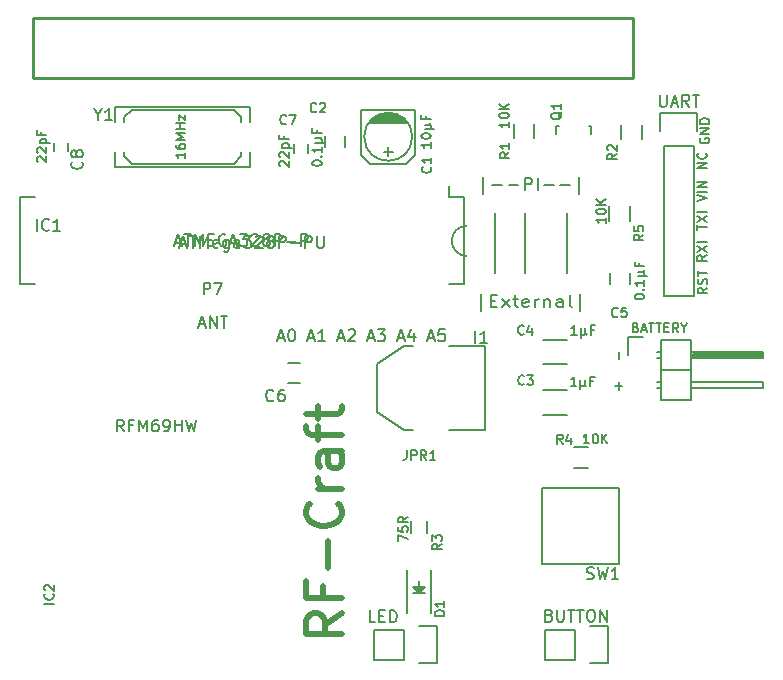
<source format=gbr>
G04 #@! TF.FileFunction,Legend,Top*
%FSLAX46Y46*%
G04 Gerber Fmt 4.6, Leading zero omitted, Abs format (unit mm)*
G04 Created by KiCad (PCBNEW 4.0.0-rc1-stable) date Tue 06 Oct 2015 13:37:23 BST*
%MOMM*%
G01*
G04 APERTURE LIST*
%ADD10C,0.100000*%
%ADD11C,0.150000*%
%ADD12C,0.200000*%
%ADD13C,0.500000*%
%ADD14C,0.254000*%
%ADD15C,0.160000*%
G04 APERTURE END LIST*
D10*
D11*
X130397619Y-81961905D02*
X129940476Y-81961905D01*
X130169047Y-81961905D02*
X130169047Y-81161905D01*
X130092857Y-81276190D01*
X130016666Y-81352381D01*
X129940476Y-81390476D01*
X130892857Y-81161905D02*
X130969048Y-81161905D01*
X131045238Y-81200000D01*
X131083333Y-81238095D01*
X131121429Y-81314286D01*
X131159524Y-81466667D01*
X131159524Y-81657143D01*
X131121429Y-81809524D01*
X131083333Y-81885714D01*
X131045238Y-81923810D01*
X130969048Y-81961905D01*
X130892857Y-81961905D01*
X130816667Y-81923810D01*
X130778571Y-81885714D01*
X130740476Y-81809524D01*
X130702381Y-81657143D01*
X130702381Y-81466667D01*
X130740476Y-81314286D01*
X130778571Y-81238095D01*
X130816667Y-81200000D01*
X130892857Y-81161905D01*
X131502381Y-81961905D02*
X131502381Y-81161905D01*
X131959524Y-81961905D02*
X131616667Y-81504762D01*
X131959524Y-81161905D02*
X131502381Y-81619048D01*
X91011905Y-80952381D02*
X90678571Y-80476190D01*
X90440476Y-80952381D02*
X90440476Y-79952381D01*
X90821429Y-79952381D01*
X90916667Y-80000000D01*
X90964286Y-80047619D01*
X91011905Y-80142857D01*
X91011905Y-80285714D01*
X90964286Y-80380952D01*
X90916667Y-80428571D01*
X90821429Y-80476190D01*
X90440476Y-80476190D01*
X91773810Y-80428571D02*
X91440476Y-80428571D01*
X91440476Y-80952381D02*
X91440476Y-79952381D01*
X91916667Y-79952381D01*
X92297619Y-80952381D02*
X92297619Y-79952381D01*
X92630953Y-80666667D01*
X92964286Y-79952381D01*
X92964286Y-80952381D01*
X93869048Y-79952381D02*
X93678571Y-79952381D01*
X93583333Y-80000000D01*
X93535714Y-80047619D01*
X93440476Y-80190476D01*
X93392857Y-80380952D01*
X93392857Y-80761905D01*
X93440476Y-80857143D01*
X93488095Y-80904762D01*
X93583333Y-80952381D01*
X93773810Y-80952381D01*
X93869048Y-80904762D01*
X93916667Y-80857143D01*
X93964286Y-80761905D01*
X93964286Y-80523810D01*
X93916667Y-80428571D01*
X93869048Y-80380952D01*
X93773810Y-80333333D01*
X93583333Y-80333333D01*
X93488095Y-80380952D01*
X93440476Y-80428571D01*
X93392857Y-80523810D01*
X94440476Y-80952381D02*
X94630952Y-80952381D01*
X94726191Y-80904762D01*
X94773810Y-80857143D01*
X94869048Y-80714286D01*
X94916667Y-80523810D01*
X94916667Y-80142857D01*
X94869048Y-80047619D01*
X94821429Y-80000000D01*
X94726191Y-79952381D01*
X94535714Y-79952381D01*
X94440476Y-80000000D01*
X94392857Y-80047619D01*
X94345238Y-80142857D01*
X94345238Y-80380952D01*
X94392857Y-80476190D01*
X94440476Y-80523810D01*
X94535714Y-80571429D01*
X94726191Y-80571429D01*
X94821429Y-80523810D01*
X94869048Y-80476190D01*
X94916667Y-80380952D01*
X95345238Y-80952381D02*
X95345238Y-79952381D01*
X95345238Y-80428571D02*
X95916667Y-80428571D01*
X95916667Y-80952381D02*
X95916667Y-79952381D01*
X96297619Y-79952381D02*
X96535714Y-80952381D01*
X96726191Y-80238095D01*
X96916667Y-80952381D01*
X97154762Y-79952381D01*
X114261905Y-90247619D02*
X114261905Y-89714286D01*
X115061905Y-90057143D01*
X114261905Y-89028571D02*
X114261905Y-89409524D01*
X114642857Y-89447619D01*
X114604762Y-89409524D01*
X114566667Y-89333333D01*
X114566667Y-89142857D01*
X114604762Y-89066667D01*
X114642857Y-89028571D01*
X114719048Y-88990476D01*
X114909524Y-88990476D01*
X114985714Y-89028571D01*
X115023810Y-89066667D01*
X115061905Y-89142857D01*
X115061905Y-89333333D01*
X115023810Y-89409524D01*
X114985714Y-89447619D01*
X115061905Y-88190476D02*
X114680952Y-88457143D01*
X115061905Y-88647619D02*
X114261905Y-88647619D01*
X114261905Y-88342857D01*
X114300000Y-88266666D01*
X114338095Y-88228571D01*
X114414286Y-88190476D01*
X114528571Y-88190476D01*
X114604762Y-88228571D01*
X114642857Y-88266666D01*
X114680952Y-88342857D01*
X114680952Y-88647619D01*
D12*
X97407143Y-71866667D02*
X97883334Y-71866667D01*
X97311905Y-72152381D02*
X97645238Y-71152381D01*
X97978572Y-72152381D01*
X98311905Y-72152381D02*
X98311905Y-71152381D01*
X98883334Y-72152381D01*
X98883334Y-71152381D01*
X99216667Y-71152381D02*
X99788096Y-71152381D01*
X99502381Y-72152381D02*
X99502381Y-71152381D01*
D11*
X129316667Y-77111905D02*
X128859524Y-77111905D01*
X129088095Y-77111905D02*
X129088095Y-76311905D01*
X129011905Y-76426190D01*
X128935714Y-76502381D01*
X128859524Y-76540476D01*
X129659524Y-76578571D02*
X129659524Y-77378571D01*
X130040477Y-76997619D02*
X130078572Y-77073810D01*
X130154762Y-77111905D01*
X129659524Y-76997619D02*
X129697619Y-77073810D01*
X129773810Y-77111905D01*
X129926191Y-77111905D01*
X130002381Y-77073810D01*
X130040477Y-76997619D01*
X130040477Y-76578571D01*
X130764286Y-76692857D02*
X130497619Y-76692857D01*
X130497619Y-77111905D02*
X130497619Y-76311905D01*
X130878572Y-76311905D01*
X129366667Y-72761905D02*
X128909524Y-72761905D01*
X129138095Y-72761905D02*
X129138095Y-71961905D01*
X129061905Y-72076190D01*
X128985714Y-72152381D01*
X128909524Y-72190476D01*
X129709524Y-72228571D02*
X129709524Y-73028571D01*
X130090477Y-72647619D02*
X130128572Y-72723810D01*
X130204762Y-72761905D01*
X129709524Y-72647619D02*
X129747619Y-72723810D01*
X129823810Y-72761905D01*
X129976191Y-72761905D01*
X130052381Y-72723810D01*
X130090477Y-72647619D01*
X130090477Y-72228571D01*
X130814286Y-72342857D02*
X130547619Y-72342857D01*
X130547619Y-72761905D02*
X130547619Y-71961905D01*
X130928572Y-71961905D01*
D12*
X121221430Y-70735714D02*
X121221430Y-69307143D01*
X122078572Y-69878571D02*
X122478572Y-69878571D01*
X122650001Y-70402381D02*
X122078572Y-70402381D01*
X122078572Y-69402381D01*
X122650001Y-69402381D01*
X123050001Y-70402381D02*
X123678572Y-69735714D01*
X123050001Y-69735714D02*
X123678572Y-70402381D01*
X123964287Y-69735714D02*
X124421430Y-69735714D01*
X124135715Y-69402381D02*
X124135715Y-70259524D01*
X124192858Y-70354762D01*
X124307144Y-70402381D01*
X124421430Y-70402381D01*
X125278572Y-70354762D02*
X125164286Y-70402381D01*
X124935715Y-70402381D01*
X124821429Y-70354762D01*
X124764286Y-70259524D01*
X124764286Y-69878571D01*
X124821429Y-69783333D01*
X124935715Y-69735714D01*
X125164286Y-69735714D01*
X125278572Y-69783333D01*
X125335715Y-69878571D01*
X125335715Y-69973810D01*
X124764286Y-70069048D01*
X125850000Y-70402381D02*
X125850000Y-69735714D01*
X125850000Y-69926190D02*
X125907143Y-69830952D01*
X125964286Y-69783333D01*
X126078572Y-69735714D01*
X126192857Y-69735714D01*
X126592857Y-69735714D02*
X126592857Y-70402381D01*
X126592857Y-69830952D02*
X126650000Y-69783333D01*
X126764286Y-69735714D01*
X126935714Y-69735714D01*
X127050000Y-69783333D01*
X127107143Y-69878571D01*
X127107143Y-70402381D01*
X128192857Y-70402381D02*
X128192857Y-69878571D01*
X128135714Y-69783333D01*
X128021428Y-69735714D01*
X127792857Y-69735714D01*
X127678571Y-69783333D01*
X128192857Y-70354762D02*
X128078571Y-70402381D01*
X127792857Y-70402381D01*
X127678571Y-70354762D01*
X127621428Y-70259524D01*
X127621428Y-70164286D01*
X127678571Y-70069048D01*
X127792857Y-70021429D01*
X128078571Y-70021429D01*
X128192857Y-69973810D01*
X128935714Y-70402381D02*
X128821428Y-70354762D01*
X128764285Y-70259524D01*
X128764285Y-69402381D01*
X129678571Y-70735714D02*
X129678571Y-69307143D01*
X121440476Y-60835714D02*
X121440476Y-59407143D01*
X122226190Y-60121429D02*
X123064285Y-60121429D01*
X123588095Y-60121429D02*
X124426190Y-60121429D01*
X124950000Y-60502381D02*
X124950000Y-59502381D01*
X125369047Y-59502381D01*
X125473809Y-59550000D01*
X125526190Y-59597619D01*
X125578571Y-59692857D01*
X125578571Y-59835714D01*
X125526190Y-59930952D01*
X125473809Y-59978571D01*
X125369047Y-60026190D01*
X124950000Y-60026190D01*
X126050000Y-60502381D02*
X126050000Y-59502381D01*
X126573810Y-60121429D02*
X127411905Y-60121429D01*
X127935715Y-60121429D02*
X128773810Y-60121429D01*
X129559525Y-60835714D02*
X129559525Y-59407143D01*
D11*
X139800000Y-56109523D02*
X139761905Y-56185714D01*
X139761905Y-56299999D01*
X139800000Y-56414285D01*
X139876190Y-56490476D01*
X139952381Y-56528571D01*
X140104762Y-56566666D01*
X140219048Y-56566666D01*
X140371429Y-56528571D01*
X140447619Y-56490476D01*
X140523810Y-56414285D01*
X140561905Y-56299999D01*
X140561905Y-56223809D01*
X140523810Y-56109523D01*
X140485714Y-56071428D01*
X140219048Y-56071428D01*
X140219048Y-56223809D01*
X140561905Y-55728571D02*
X139761905Y-55728571D01*
X140561905Y-55271428D01*
X139761905Y-55271428D01*
X140561905Y-54890476D02*
X139761905Y-54890476D01*
X139761905Y-54700000D01*
X139800000Y-54585714D01*
X139876190Y-54509523D01*
X139952381Y-54471428D01*
X140104762Y-54433333D01*
X140219048Y-54433333D01*
X140371429Y-54471428D01*
X140447619Y-54509523D01*
X140523810Y-54585714D01*
X140561905Y-54700000D01*
X140561905Y-54890476D01*
X140361905Y-58678571D02*
X139561905Y-58678571D01*
X140361905Y-58221428D01*
X139561905Y-58221428D01*
X140285714Y-57383333D02*
X140323810Y-57421428D01*
X140361905Y-57535714D01*
X140361905Y-57611904D01*
X140323810Y-57726190D01*
X140247619Y-57802381D01*
X140171429Y-57840476D01*
X140019048Y-57878571D01*
X139904762Y-57878571D01*
X139752381Y-57840476D01*
X139676190Y-57802381D01*
X139600000Y-57726190D01*
X139561905Y-57611904D01*
X139561905Y-57535714D01*
X139600000Y-57421428D01*
X139638095Y-57383333D01*
X139561905Y-61476190D02*
X140361905Y-61209523D01*
X139561905Y-60942856D01*
X140361905Y-60676190D02*
X139561905Y-60676190D01*
X140361905Y-60295238D02*
X139561905Y-60295238D01*
X140361905Y-59838095D01*
X139561905Y-59838095D01*
X139561905Y-63900000D02*
X139561905Y-63442857D01*
X140361905Y-63671428D02*
X139561905Y-63671428D01*
X139561905Y-63252380D02*
X140361905Y-62719047D01*
X139561905Y-62719047D02*
X140361905Y-63252380D01*
X140361905Y-62414285D02*
X139561905Y-62414285D01*
X140361905Y-66023809D02*
X139980952Y-66290476D01*
X140361905Y-66480952D02*
X139561905Y-66480952D01*
X139561905Y-66176190D01*
X139600000Y-66099999D01*
X139638095Y-66061904D01*
X139714286Y-66023809D01*
X139828571Y-66023809D01*
X139904762Y-66061904D01*
X139942857Y-66099999D01*
X139980952Y-66176190D01*
X139980952Y-66480952D01*
X139561905Y-65757142D02*
X140361905Y-65223809D01*
X139561905Y-65223809D02*
X140361905Y-65757142D01*
X140361905Y-64919047D02*
X139561905Y-64919047D01*
X140411905Y-68788095D02*
X140030952Y-69054762D01*
X140411905Y-69245238D02*
X139611905Y-69245238D01*
X139611905Y-68940476D01*
X139650000Y-68864285D01*
X139688095Y-68826190D01*
X139764286Y-68788095D01*
X139878571Y-68788095D01*
X139954762Y-68826190D01*
X139992857Y-68864285D01*
X140030952Y-68940476D01*
X140030952Y-69245238D01*
X140373810Y-68483333D02*
X140411905Y-68369047D01*
X140411905Y-68178571D01*
X140373810Y-68102381D01*
X140335714Y-68064285D01*
X140259524Y-68026190D01*
X140183333Y-68026190D01*
X140107143Y-68064285D01*
X140069048Y-68102381D01*
X140030952Y-68178571D01*
X139992857Y-68330952D01*
X139954762Y-68407143D01*
X139916667Y-68445238D01*
X139840476Y-68483333D01*
X139764286Y-68483333D01*
X139688095Y-68445238D01*
X139650000Y-68407143D01*
X139611905Y-68330952D01*
X139611905Y-68140476D01*
X139650000Y-68026190D01*
X139611905Y-67797619D02*
X139611905Y-67340476D01*
X140411905Y-67569047D02*
X139611905Y-67569047D01*
X132907143Y-74804762D02*
X132907143Y-74195238D01*
X132907143Y-77404762D02*
X132907143Y-76795238D01*
X133211905Y-77100000D02*
X132602381Y-77100000D01*
X134261905Y-69571428D02*
X134261905Y-69495237D01*
X134300000Y-69419047D01*
X134338095Y-69380952D01*
X134414286Y-69342856D01*
X134566667Y-69304761D01*
X134757143Y-69304761D01*
X134909524Y-69342856D01*
X134985714Y-69380952D01*
X135023810Y-69419047D01*
X135061905Y-69495237D01*
X135061905Y-69571428D01*
X135023810Y-69647618D01*
X134985714Y-69685714D01*
X134909524Y-69723809D01*
X134757143Y-69761904D01*
X134566667Y-69761904D01*
X134414286Y-69723809D01*
X134338095Y-69685714D01*
X134300000Y-69647618D01*
X134261905Y-69571428D01*
X134985714Y-68961904D02*
X135023810Y-68923809D01*
X135061905Y-68961904D01*
X135023810Y-68999999D01*
X134985714Y-68961904D01*
X135061905Y-68961904D01*
X135061905Y-68161904D02*
X135061905Y-68619047D01*
X135061905Y-68390476D02*
X134261905Y-68390476D01*
X134376190Y-68466666D01*
X134452381Y-68542857D01*
X134490476Y-68619047D01*
X134528571Y-67819047D02*
X135328571Y-67819047D01*
X134947619Y-67438094D02*
X135023810Y-67399999D01*
X135061905Y-67323809D01*
X134947619Y-67819047D02*
X135023810Y-67780952D01*
X135061905Y-67704761D01*
X135061905Y-67552380D01*
X135023810Y-67476190D01*
X134947619Y-67438094D01*
X134528571Y-67438094D01*
X134642857Y-66714285D02*
X134642857Y-66980952D01*
X135061905Y-66980952D02*
X134261905Y-66980952D01*
X134261905Y-66599999D01*
X131811905Y-62852381D02*
X131811905Y-63309524D01*
X131811905Y-63080953D02*
X131011905Y-63080953D01*
X131126190Y-63157143D01*
X131202381Y-63233334D01*
X131240476Y-63309524D01*
X131011905Y-62357143D02*
X131011905Y-62280952D01*
X131050000Y-62204762D01*
X131088095Y-62166667D01*
X131164286Y-62128571D01*
X131316667Y-62090476D01*
X131507143Y-62090476D01*
X131659524Y-62128571D01*
X131735714Y-62166667D01*
X131773810Y-62204762D01*
X131811905Y-62280952D01*
X131811905Y-62357143D01*
X131773810Y-62433333D01*
X131735714Y-62471429D01*
X131659524Y-62509524D01*
X131507143Y-62547619D01*
X131316667Y-62547619D01*
X131164286Y-62509524D01*
X131088095Y-62471429D01*
X131050000Y-62433333D01*
X131011905Y-62357143D01*
X131811905Y-61747619D02*
X131011905Y-61747619D01*
X131811905Y-61290476D02*
X131354762Y-61633333D01*
X131011905Y-61290476D02*
X131469048Y-61747619D01*
X123611905Y-54752381D02*
X123611905Y-55209524D01*
X123611905Y-54980953D02*
X122811905Y-54980953D01*
X122926190Y-55057143D01*
X123002381Y-55133334D01*
X123040476Y-55209524D01*
X122811905Y-54257143D02*
X122811905Y-54180952D01*
X122850000Y-54104762D01*
X122888095Y-54066667D01*
X122964286Y-54028571D01*
X123116667Y-53990476D01*
X123307143Y-53990476D01*
X123459524Y-54028571D01*
X123535714Y-54066667D01*
X123573810Y-54104762D01*
X123611905Y-54180952D01*
X123611905Y-54257143D01*
X123573810Y-54333333D01*
X123535714Y-54371429D01*
X123459524Y-54409524D01*
X123307143Y-54447619D01*
X123116667Y-54447619D01*
X122964286Y-54409524D01*
X122888095Y-54371429D01*
X122850000Y-54333333D01*
X122811905Y-54257143D01*
X123611905Y-53647619D02*
X122811905Y-53647619D01*
X123611905Y-53190476D02*
X123154762Y-53533333D01*
X122811905Y-53190476D02*
X123269048Y-53647619D01*
X117011905Y-56464285D02*
X117011905Y-56921428D01*
X117011905Y-56692857D02*
X116211905Y-56692857D01*
X116326190Y-56769047D01*
X116402381Y-56845238D01*
X116440476Y-56921428D01*
X116211905Y-55969047D02*
X116211905Y-55892856D01*
X116250000Y-55816666D01*
X116288095Y-55778571D01*
X116364286Y-55740475D01*
X116516667Y-55702380D01*
X116707143Y-55702380D01*
X116859524Y-55740475D01*
X116935714Y-55778571D01*
X116973810Y-55816666D01*
X117011905Y-55892856D01*
X117011905Y-55969047D01*
X116973810Y-56045237D01*
X116935714Y-56083333D01*
X116859524Y-56121428D01*
X116707143Y-56159523D01*
X116516667Y-56159523D01*
X116364286Y-56121428D01*
X116288095Y-56083333D01*
X116250000Y-56045237D01*
X116211905Y-55969047D01*
X116478571Y-55359523D02*
X117278571Y-55359523D01*
X116897619Y-54978570D02*
X116973810Y-54940475D01*
X117011905Y-54864285D01*
X116897619Y-55359523D02*
X116973810Y-55321428D01*
X117011905Y-55245237D01*
X117011905Y-55092856D01*
X116973810Y-55016666D01*
X116897619Y-54978570D01*
X116478571Y-54978570D01*
X116592857Y-54254761D02*
X116592857Y-54521428D01*
X117011905Y-54521428D02*
X116211905Y-54521428D01*
X116211905Y-54140475D01*
X106961905Y-58271428D02*
X106961905Y-58195237D01*
X107000000Y-58119047D01*
X107038095Y-58080952D01*
X107114286Y-58042856D01*
X107266667Y-58004761D01*
X107457143Y-58004761D01*
X107609524Y-58042856D01*
X107685714Y-58080952D01*
X107723810Y-58119047D01*
X107761905Y-58195237D01*
X107761905Y-58271428D01*
X107723810Y-58347618D01*
X107685714Y-58385714D01*
X107609524Y-58423809D01*
X107457143Y-58461904D01*
X107266667Y-58461904D01*
X107114286Y-58423809D01*
X107038095Y-58385714D01*
X107000000Y-58347618D01*
X106961905Y-58271428D01*
X107685714Y-57661904D02*
X107723810Y-57623809D01*
X107761905Y-57661904D01*
X107723810Y-57699999D01*
X107685714Y-57661904D01*
X107761905Y-57661904D01*
X107761905Y-56861904D02*
X107761905Y-57319047D01*
X107761905Y-57090476D02*
X106961905Y-57090476D01*
X107076190Y-57166666D01*
X107152381Y-57242857D01*
X107190476Y-57319047D01*
X107228571Y-56519047D02*
X108028571Y-56519047D01*
X107647619Y-56138094D02*
X107723810Y-56099999D01*
X107761905Y-56023809D01*
X107647619Y-56519047D02*
X107723810Y-56480952D01*
X107761905Y-56404761D01*
X107761905Y-56252380D01*
X107723810Y-56176190D01*
X107647619Y-56138094D01*
X107228571Y-56138094D01*
X107342857Y-55414285D02*
X107342857Y-55680952D01*
X107761905Y-55680952D02*
X106961905Y-55680952D01*
X106961905Y-55299999D01*
X104238095Y-58514286D02*
X104200000Y-58476191D01*
X104161905Y-58400000D01*
X104161905Y-58209524D01*
X104200000Y-58133334D01*
X104238095Y-58095238D01*
X104314286Y-58057143D01*
X104390476Y-58057143D01*
X104504762Y-58095238D01*
X104961905Y-58552381D01*
X104961905Y-58057143D01*
X104238095Y-57752381D02*
X104200000Y-57714286D01*
X104161905Y-57638095D01*
X104161905Y-57447619D01*
X104200000Y-57371429D01*
X104238095Y-57333333D01*
X104314286Y-57295238D01*
X104390476Y-57295238D01*
X104504762Y-57333333D01*
X104961905Y-57790476D01*
X104961905Y-57295238D01*
X104428571Y-56952381D02*
X105228571Y-56952381D01*
X104466667Y-56952381D02*
X104428571Y-56876190D01*
X104428571Y-56723809D01*
X104466667Y-56647619D01*
X104504762Y-56609524D01*
X104580952Y-56571428D01*
X104809524Y-56571428D01*
X104885714Y-56609524D01*
X104923810Y-56647619D01*
X104961905Y-56723809D01*
X104961905Y-56876190D01*
X104923810Y-56952381D01*
X104542857Y-55961904D02*
X104542857Y-56228571D01*
X104961905Y-56228571D02*
X104161905Y-56228571D01*
X104161905Y-55847618D01*
X83738095Y-58114286D02*
X83700000Y-58076191D01*
X83661905Y-58000000D01*
X83661905Y-57809524D01*
X83700000Y-57733334D01*
X83738095Y-57695238D01*
X83814286Y-57657143D01*
X83890476Y-57657143D01*
X84004762Y-57695238D01*
X84461905Y-58152381D01*
X84461905Y-57657143D01*
X83738095Y-57352381D02*
X83700000Y-57314286D01*
X83661905Y-57238095D01*
X83661905Y-57047619D01*
X83700000Y-56971429D01*
X83738095Y-56933333D01*
X83814286Y-56895238D01*
X83890476Y-56895238D01*
X84004762Y-56933333D01*
X84461905Y-57390476D01*
X84461905Y-56895238D01*
X83928571Y-56552381D02*
X84728571Y-56552381D01*
X83966667Y-56552381D02*
X83928571Y-56476190D01*
X83928571Y-56323809D01*
X83966667Y-56247619D01*
X84004762Y-56209524D01*
X84080952Y-56171428D01*
X84309524Y-56171428D01*
X84385714Y-56209524D01*
X84423810Y-56247619D01*
X84461905Y-56323809D01*
X84461905Y-56476190D01*
X84423810Y-56552381D01*
X84042857Y-55561904D02*
X84042857Y-55828571D01*
X84461905Y-55828571D02*
X83661905Y-55828571D01*
X83661905Y-55447618D01*
X96211905Y-57352381D02*
X96211905Y-57809524D01*
X96211905Y-57580953D02*
X95411905Y-57580953D01*
X95526190Y-57657143D01*
X95602381Y-57733334D01*
X95640476Y-57809524D01*
X95411905Y-56666667D02*
X95411905Y-56819048D01*
X95450000Y-56895238D01*
X95488095Y-56933333D01*
X95602381Y-57009524D01*
X95754762Y-57047619D01*
X96059524Y-57047619D01*
X96135714Y-57009524D01*
X96173810Y-56971429D01*
X96211905Y-56895238D01*
X96211905Y-56742857D01*
X96173810Y-56666667D01*
X96135714Y-56628571D01*
X96059524Y-56590476D01*
X95869048Y-56590476D01*
X95792857Y-56628571D01*
X95754762Y-56666667D01*
X95716667Y-56742857D01*
X95716667Y-56895238D01*
X95754762Y-56971429D01*
X95792857Y-57009524D01*
X95869048Y-57047619D01*
X96211905Y-56247619D02*
X95411905Y-56247619D01*
X95983333Y-55980952D01*
X95411905Y-55714285D01*
X96211905Y-55714285D01*
X96211905Y-55333333D02*
X95411905Y-55333333D01*
X95792857Y-55333333D02*
X95792857Y-54876190D01*
X96211905Y-54876190D02*
X95411905Y-54876190D01*
X95678571Y-54571428D02*
X95678571Y-54152381D01*
X96211905Y-54571428D01*
X96211905Y-54152381D01*
X95804762Y-65116667D02*
X96280953Y-65116667D01*
X95709524Y-65402381D02*
X96042857Y-64402381D01*
X96376191Y-65402381D01*
X96566667Y-64402381D02*
X97138096Y-64402381D01*
X96852381Y-65402381D02*
X96852381Y-64402381D01*
X97471429Y-65402381D02*
X97471429Y-64402381D01*
X97804763Y-65116667D01*
X98138096Y-64402381D01*
X98138096Y-65402381D01*
X98995239Y-65354762D02*
X98900001Y-65402381D01*
X98709524Y-65402381D01*
X98614286Y-65354762D01*
X98566667Y-65259524D01*
X98566667Y-64878571D01*
X98614286Y-64783333D01*
X98709524Y-64735714D01*
X98900001Y-64735714D01*
X98995239Y-64783333D01*
X99042858Y-64878571D01*
X99042858Y-64973810D01*
X98566667Y-65069048D01*
X99900001Y-64735714D02*
X99900001Y-65545238D01*
X99852382Y-65640476D01*
X99804763Y-65688095D01*
X99709524Y-65735714D01*
X99566667Y-65735714D01*
X99471429Y-65688095D01*
X99900001Y-65354762D02*
X99804763Y-65402381D01*
X99614286Y-65402381D01*
X99519048Y-65354762D01*
X99471429Y-65307143D01*
X99423810Y-65211905D01*
X99423810Y-64926190D01*
X99471429Y-64830952D01*
X99519048Y-64783333D01*
X99614286Y-64735714D01*
X99804763Y-64735714D01*
X99900001Y-64783333D01*
X100804763Y-65402381D02*
X100804763Y-64878571D01*
X100757144Y-64783333D01*
X100661906Y-64735714D01*
X100471429Y-64735714D01*
X100376191Y-64783333D01*
X100804763Y-65354762D02*
X100709525Y-65402381D01*
X100471429Y-65402381D01*
X100376191Y-65354762D01*
X100328572Y-65259524D01*
X100328572Y-65164286D01*
X100376191Y-65069048D01*
X100471429Y-65021429D01*
X100709525Y-65021429D01*
X100804763Y-64973810D01*
X101185715Y-64402381D02*
X101804763Y-64402381D01*
X101471429Y-64783333D01*
X101614287Y-64783333D01*
X101709525Y-64830952D01*
X101757144Y-64878571D01*
X101804763Y-64973810D01*
X101804763Y-65211905D01*
X101757144Y-65307143D01*
X101709525Y-65354762D01*
X101614287Y-65402381D01*
X101328572Y-65402381D01*
X101233334Y-65354762D01*
X101185715Y-65307143D01*
X102185715Y-64497619D02*
X102233334Y-64450000D01*
X102328572Y-64402381D01*
X102566668Y-64402381D01*
X102661906Y-64450000D01*
X102709525Y-64497619D01*
X102757144Y-64592857D01*
X102757144Y-64688095D01*
X102709525Y-64830952D01*
X102138096Y-65402381D01*
X102757144Y-65402381D01*
X103328572Y-64830952D02*
X103233334Y-64783333D01*
X103185715Y-64735714D01*
X103138096Y-64640476D01*
X103138096Y-64592857D01*
X103185715Y-64497619D01*
X103233334Y-64450000D01*
X103328572Y-64402381D01*
X103519049Y-64402381D01*
X103614287Y-64450000D01*
X103661906Y-64497619D01*
X103709525Y-64592857D01*
X103709525Y-64640476D01*
X103661906Y-64735714D01*
X103614287Y-64783333D01*
X103519049Y-64830952D01*
X103328572Y-64830952D01*
X103233334Y-64878571D01*
X103185715Y-64926190D01*
X103138096Y-65021429D01*
X103138096Y-65211905D01*
X103185715Y-65307143D01*
X103233334Y-65354762D01*
X103328572Y-65402381D01*
X103519049Y-65402381D01*
X103614287Y-65354762D01*
X103661906Y-65307143D01*
X103709525Y-65211905D01*
X103709525Y-65021429D01*
X103661906Y-64926190D01*
X103614287Y-64878571D01*
X103519049Y-64830952D01*
X104138096Y-65402381D02*
X104138096Y-64402381D01*
X104519049Y-64402381D01*
X104614287Y-64450000D01*
X104661906Y-64497619D01*
X104709525Y-64592857D01*
X104709525Y-64735714D01*
X104661906Y-64830952D01*
X104614287Y-64878571D01*
X104519049Y-64926190D01*
X104138096Y-64926190D01*
X105138096Y-65021429D02*
X105900001Y-65021429D01*
X106376191Y-65402381D02*
X106376191Y-64402381D01*
X106757144Y-64402381D01*
X106852382Y-64450000D01*
X106900001Y-64497619D01*
X106947620Y-64592857D01*
X106947620Y-64735714D01*
X106900001Y-64830952D01*
X106852382Y-64878571D01*
X106757144Y-64926190D01*
X106376191Y-64926190D01*
X107376191Y-64402381D02*
X107376191Y-65211905D01*
X107423810Y-65307143D01*
X107471429Y-65354762D01*
X107566667Y-65402381D01*
X107757144Y-65402381D01*
X107852382Y-65354762D01*
X107900001Y-65307143D01*
X107947620Y-65211905D01*
X107947620Y-64402381D01*
D13*
X109457143Y-96364287D02*
X108028571Y-97364287D01*
X109457143Y-98078572D02*
X106457143Y-98078572D01*
X106457143Y-96935715D01*
X106600000Y-96650001D01*
X106742857Y-96507144D01*
X107028571Y-96364287D01*
X107457143Y-96364287D01*
X107742857Y-96507144D01*
X107885714Y-96650001D01*
X108028571Y-96935715D01*
X108028571Y-98078572D01*
X107885714Y-94078572D02*
X107885714Y-95078572D01*
X109457143Y-95078572D02*
X106457143Y-95078572D01*
X106457143Y-93650001D01*
X108314286Y-92507143D02*
X108314286Y-90221429D01*
X109171429Y-87078572D02*
X109314286Y-87221429D01*
X109457143Y-87650000D01*
X109457143Y-87935714D01*
X109314286Y-88364286D01*
X109028571Y-88650000D01*
X108742857Y-88792857D01*
X108171429Y-88935714D01*
X107742857Y-88935714D01*
X107171429Y-88792857D01*
X106885714Y-88650000D01*
X106600000Y-88364286D01*
X106457143Y-87935714D01*
X106457143Y-87650000D01*
X106600000Y-87221429D01*
X106742857Y-87078572D01*
X109457143Y-85792857D02*
X107457143Y-85792857D01*
X108028571Y-85792857D02*
X107742857Y-85650000D01*
X107600000Y-85507143D01*
X107457143Y-85221429D01*
X107457143Y-84935714D01*
X109457143Y-82650000D02*
X107885714Y-82650000D01*
X107600000Y-82792857D01*
X107457143Y-83078571D01*
X107457143Y-83650000D01*
X107600000Y-83935714D01*
X109314286Y-82650000D02*
X109457143Y-82935714D01*
X109457143Y-83650000D01*
X109314286Y-83935714D01*
X109028571Y-84078571D01*
X108742857Y-84078571D01*
X108457143Y-83935714D01*
X108314286Y-83650000D01*
X108314286Y-82935714D01*
X108171429Y-82650000D01*
X107457143Y-81650000D02*
X107457143Y-80507143D01*
X109457143Y-81221428D02*
X106885714Y-81221428D01*
X106600000Y-81078571D01*
X106457143Y-80792857D01*
X106457143Y-80507143D01*
X107457143Y-79935714D02*
X107457143Y-78792857D01*
X106457143Y-79507142D02*
X109028571Y-79507142D01*
X109314286Y-79364285D01*
X109457143Y-79078571D01*
X109457143Y-78792857D01*
D11*
X132900000Y-85700000D02*
X132900000Y-92200000D01*
X132900000Y-92200000D02*
X126400000Y-92200000D01*
X126400000Y-92200000D02*
X126400000Y-85700000D01*
X126400000Y-85700000D02*
X132900000Y-85700000D01*
X133700000Y-72950000D02*
X133700000Y-74500000D01*
X135000000Y-72950000D02*
X133700000Y-72950000D01*
X139191000Y-74373000D02*
X145033000Y-74373000D01*
X145033000Y-74373000D02*
X145033000Y-74627000D01*
X145033000Y-74627000D02*
X139191000Y-74627000D01*
X139191000Y-74627000D02*
X139191000Y-74500000D01*
X139191000Y-74500000D02*
X145033000Y-74500000D01*
X136524000Y-74246000D02*
X136143000Y-74246000D01*
X136524000Y-74754000D02*
X136143000Y-74754000D01*
X136524000Y-76786000D02*
X136143000Y-76786000D01*
X136524000Y-77294000D02*
X136143000Y-77294000D01*
X136524000Y-73230000D02*
X139064000Y-73230000D01*
X136524000Y-75770000D02*
X139064000Y-75770000D01*
X136524000Y-75770000D02*
X136524000Y-78310000D01*
X136524000Y-78310000D02*
X139064000Y-78310000D01*
X139064000Y-76786000D02*
X145160000Y-76786000D01*
X145160000Y-76786000D02*
X145160000Y-77294000D01*
X145160000Y-77294000D02*
X139064000Y-77294000D01*
X139064000Y-78310000D02*
X139064000Y-75770000D01*
X139064000Y-75770000D02*
X139064000Y-73230000D01*
X145160000Y-74754000D02*
X139064000Y-74754000D01*
X145160000Y-74246000D02*
X145160000Y-74754000D01*
X139064000Y-74246000D02*
X145160000Y-74246000D01*
X136524000Y-75770000D02*
X139064000Y-75770000D01*
X136524000Y-73230000D02*
X136524000Y-75770000D01*
X139270000Y-56770000D02*
X139270000Y-69470000D01*
X139270000Y-69470000D02*
X136730000Y-69470000D01*
X136730000Y-69470000D02*
X136730000Y-56770000D01*
X139550000Y-53950000D02*
X139550000Y-55500000D01*
X139270000Y-56770000D02*
X136730000Y-56770000D01*
X136450000Y-55500000D02*
X136450000Y-53950000D01*
X136450000Y-53950000D02*
X139550000Y-53950000D01*
X122460000Y-67500000D02*
X122460000Y-64960000D01*
X122460000Y-64960000D02*
X122460000Y-62420000D01*
X125000000Y-67500000D02*
X125000000Y-64960000D01*
X125000000Y-64960000D02*
X125000000Y-62420000D01*
X128500000Y-67500000D02*
X128500000Y-64960000D01*
X128500000Y-64960000D02*
X128500000Y-62420000D01*
X118770000Y-64810000D02*
G75*
G03X120040000Y-66080000I1270000J0D01*
G01*
X120040000Y-63540000D02*
G75*
G03X118770000Y-64810000I0J-1270000D01*
G01*
X119795000Y-61135000D02*
X118525000Y-61135000D01*
X119795000Y-68485000D02*
X118525000Y-68485000D01*
X82185000Y-68485000D02*
X83455000Y-68485000D01*
X82185000Y-61135000D02*
X83455000Y-61135000D01*
X119795000Y-61135000D02*
X119795000Y-68485000D01*
X82185000Y-61135000D02*
X82185000Y-68485000D01*
X118525000Y-61135000D02*
X118525000Y-60200000D01*
D14*
X134100000Y-45910000D02*
X134100000Y-50990000D01*
X134100000Y-50990000D02*
X83300000Y-50990000D01*
X83300000Y-50990000D02*
X83300000Y-45910000D01*
X83300000Y-45910000D02*
X134100000Y-45910000D01*
D11*
X113400000Y-57651000D02*
X113400000Y-56889000D01*
X113781000Y-57270000D02*
X113019000Y-57270000D01*
X111114000Y-57524000D02*
X111114000Y-53714000D01*
X114924000Y-58286000D02*
X111876000Y-58286000D01*
X111114000Y-57524000D02*
X111876000Y-58286000D01*
X115686000Y-57524000D02*
X115686000Y-53714000D01*
X115686000Y-57524000D02*
X114924000Y-58286000D01*
X113273000Y-53968000D02*
X113527000Y-53968000D01*
X114035000Y-54095000D02*
X112765000Y-54095000D01*
X112511000Y-54222000D02*
X114289000Y-54222000D01*
X112257000Y-54349000D02*
X114543000Y-54349000D01*
X114670000Y-54476000D02*
X112130000Y-54476000D01*
X112003000Y-54603000D02*
X114797000Y-54603000D01*
X114924000Y-54730000D02*
X111876000Y-54730000D01*
X115051000Y-54857000D02*
X111749000Y-54857000D01*
X115686000Y-53714000D02*
X111114000Y-53714000D01*
X115432000Y-56000000D02*
G75*
G03X115432000Y-56000000I-2032000J0D01*
G01*
X108050000Y-55900000D02*
X108050000Y-56900000D01*
X109750000Y-56900000D02*
X109750000Y-55900000D01*
X128500000Y-77475000D02*
X126500000Y-77475000D01*
X126500000Y-79525000D02*
X128500000Y-79525000D01*
X128500000Y-73175000D02*
X126500000Y-73175000D01*
X126500000Y-75225000D02*
X128500000Y-75225000D01*
X132150000Y-67500000D02*
X132150000Y-68500000D01*
X133850000Y-68500000D02*
X133850000Y-67500000D01*
X105900000Y-75150000D02*
X104900000Y-75150000D01*
X104900000Y-76850000D02*
X105900000Y-76850000D01*
X105400000Y-57350000D02*
X105400000Y-56650000D01*
X106600000Y-56650000D02*
X106600000Y-57350000D01*
X85100000Y-57250000D02*
X85100000Y-56550000D01*
X86300000Y-56550000D02*
X86300000Y-57250000D01*
X117050000Y-96300000D02*
X117050000Y-92700000D01*
X114950000Y-96300000D02*
X114950000Y-92700000D01*
X115700000Y-94250000D02*
X116300000Y-94250000D01*
X116300000Y-94250000D02*
X116000000Y-94550000D01*
X116000000Y-94550000D02*
X115800000Y-94350000D01*
X115800000Y-94350000D02*
X116050000Y-94350000D01*
X116050000Y-94350000D02*
X116000000Y-94400000D01*
X115500000Y-94650000D02*
X116500000Y-94650000D01*
X116000000Y-94150000D02*
X116000000Y-93650000D01*
X116000000Y-94650000D02*
X115500000Y-94150000D01*
X115500000Y-94150000D02*
X116500000Y-94150000D01*
X116500000Y-94150000D02*
X116000000Y-94650000D01*
X118574000Y-80806000D02*
X121622000Y-80806000D01*
X121622000Y-80806000D02*
X121622000Y-73694000D01*
X121622000Y-73694000D02*
X118574000Y-73694000D01*
X115526000Y-80806000D02*
X114764000Y-80806000D01*
X114764000Y-80806000D02*
X112478000Y-79282000D01*
X112478000Y-79282000D02*
X112478000Y-75218000D01*
X112478000Y-75218000D02*
X114764000Y-73694000D01*
X114764000Y-73694000D02*
X115526000Y-73694000D01*
X114730000Y-100270000D02*
X112190000Y-100270000D01*
X117550000Y-100550000D02*
X116000000Y-100550000D01*
X114730000Y-100270000D02*
X114730000Y-97730000D01*
X116000000Y-97450000D02*
X117550000Y-97450000D01*
X117550000Y-97450000D02*
X117550000Y-100550000D01*
X114730000Y-97730000D02*
X112190000Y-97730000D01*
X112190000Y-97730000D02*
X112190000Y-100270000D01*
X129230000Y-100270000D02*
X126690000Y-100270000D01*
X132050000Y-100550000D02*
X130500000Y-100550000D01*
X129230000Y-100270000D02*
X129230000Y-97730000D01*
X130500000Y-97450000D02*
X132050000Y-97450000D01*
X132050000Y-97450000D02*
X132050000Y-100550000D01*
X129230000Y-97730000D02*
X126690000Y-97730000D01*
X126690000Y-97730000D02*
X126690000Y-100270000D01*
X127600180Y-55750800D02*
X127600180Y-55049760D01*
X127600180Y-55049760D02*
X127849100Y-55049760D01*
X130399160Y-55049760D02*
X130599820Y-55049760D01*
X130599820Y-55049760D02*
X130599820Y-55750800D01*
X125775000Y-54900000D02*
X125775000Y-56100000D01*
X124025000Y-56100000D02*
X124025000Y-54900000D01*
X134875000Y-55000000D02*
X134875000Y-56200000D01*
X133125000Y-56200000D02*
X133125000Y-55000000D01*
X115325000Y-89550000D02*
X115325000Y-88550000D01*
X116675000Y-88550000D02*
X116675000Y-89550000D01*
X129100000Y-82275000D02*
X130300000Y-82275000D01*
X130300000Y-84025000D02*
X129100000Y-84025000D01*
X133875000Y-61900000D02*
X133875000Y-63100000D01*
X132125000Y-63100000D02*
X132125000Y-61900000D01*
X91047000Y-54349000D02*
X91047000Y-54730000D01*
X91047000Y-57651000D02*
X91047000Y-57270000D01*
X100953000Y-57651000D02*
X100953000Y-57270000D01*
X100953000Y-54349000D02*
X100953000Y-54730000D01*
X101715000Y-53460000D02*
X101715000Y-54730000D01*
X101715000Y-58540000D02*
X101715000Y-57270000D01*
X90285000Y-58540000D02*
X90285000Y-57270000D01*
X90285000Y-53460000D02*
X90285000Y-54730000D01*
X91047000Y-57651000D02*
X91682000Y-58286000D01*
X91682000Y-58286000D02*
X100318000Y-58286000D01*
X100318000Y-58286000D02*
X100953000Y-57651000D01*
X100953000Y-54349000D02*
X100318000Y-53714000D01*
X100318000Y-53714000D02*
X91682000Y-53714000D01*
X91682000Y-53714000D02*
X91047000Y-54349000D01*
X101715000Y-58540000D02*
X90285000Y-58540000D01*
X90285000Y-53460000D02*
X101715000Y-53460000D01*
X130216667Y-93404762D02*
X130359524Y-93452381D01*
X130597620Y-93452381D01*
X130692858Y-93404762D01*
X130740477Y-93357143D01*
X130788096Y-93261905D01*
X130788096Y-93166667D01*
X130740477Y-93071429D01*
X130692858Y-93023810D01*
X130597620Y-92976190D01*
X130407143Y-92928571D01*
X130311905Y-92880952D01*
X130264286Y-92833333D01*
X130216667Y-92738095D01*
X130216667Y-92642857D01*
X130264286Y-92547619D01*
X130311905Y-92500000D01*
X130407143Y-92452381D01*
X130645239Y-92452381D01*
X130788096Y-92500000D01*
X131121429Y-92452381D02*
X131359524Y-93452381D01*
X131550001Y-92738095D01*
X131740477Y-93452381D01*
X131978572Y-92452381D01*
X132883334Y-93452381D02*
X132311905Y-93452381D01*
X132597619Y-93452381D02*
X132597619Y-92452381D01*
X132502381Y-92595238D01*
X132407143Y-92690476D01*
X132311905Y-92738095D01*
X114983334Y-82561905D02*
X114983334Y-83133333D01*
X114945238Y-83247619D01*
X114869048Y-83323810D01*
X114754762Y-83361905D01*
X114678572Y-83361905D01*
X115364286Y-83361905D02*
X115364286Y-82561905D01*
X115669048Y-82561905D01*
X115745239Y-82600000D01*
X115783334Y-82638095D01*
X115821429Y-82714286D01*
X115821429Y-82828571D01*
X115783334Y-82904762D01*
X115745239Y-82942857D01*
X115669048Y-82980952D01*
X115364286Y-82980952D01*
X116621429Y-83361905D02*
X116354762Y-82980952D01*
X116164286Y-83361905D02*
X116164286Y-82561905D01*
X116469048Y-82561905D01*
X116545239Y-82600000D01*
X116583334Y-82638095D01*
X116621429Y-82714286D01*
X116621429Y-82828571D01*
X116583334Y-82904762D01*
X116545239Y-82942857D01*
X116469048Y-82980952D01*
X116164286Y-82980952D01*
X117383334Y-83361905D02*
X116926191Y-83361905D01*
X117154762Y-83361905D02*
X117154762Y-82561905D01*
X117078572Y-82676190D01*
X117002381Y-82752381D01*
X116926191Y-82790476D01*
X134350000Y-72142857D02*
X134464286Y-72180952D01*
X134502381Y-72219048D01*
X134540476Y-72295238D01*
X134540476Y-72409524D01*
X134502381Y-72485714D01*
X134464286Y-72523810D01*
X134388095Y-72561905D01*
X134083333Y-72561905D01*
X134083333Y-71761905D01*
X134350000Y-71761905D01*
X134426190Y-71800000D01*
X134464286Y-71838095D01*
X134502381Y-71914286D01*
X134502381Y-71990476D01*
X134464286Y-72066667D01*
X134426190Y-72104762D01*
X134350000Y-72142857D01*
X134083333Y-72142857D01*
X134845238Y-72333333D02*
X135226190Y-72333333D01*
X134769047Y-72561905D02*
X135035714Y-71761905D01*
X135302381Y-72561905D01*
X135454761Y-71761905D02*
X135911904Y-71761905D01*
X135683333Y-72561905D02*
X135683333Y-71761905D01*
X136064285Y-71761905D02*
X136521428Y-71761905D01*
X136292857Y-72561905D02*
X136292857Y-71761905D01*
X136788095Y-72142857D02*
X137054762Y-72142857D01*
X137169048Y-72561905D02*
X136788095Y-72561905D01*
X136788095Y-71761905D01*
X137169048Y-71761905D01*
X137969048Y-72561905D02*
X137702381Y-72180952D01*
X137511905Y-72561905D02*
X137511905Y-71761905D01*
X137816667Y-71761905D01*
X137892858Y-71800000D01*
X137930953Y-71838095D01*
X137969048Y-71914286D01*
X137969048Y-72028571D01*
X137930953Y-72104762D01*
X137892858Y-72142857D01*
X137816667Y-72180952D01*
X137511905Y-72180952D01*
X138464286Y-72180952D02*
X138464286Y-72561905D01*
X138197619Y-71761905D02*
X138464286Y-72180952D01*
X138730953Y-71761905D01*
X136404762Y-52452381D02*
X136404762Y-53261905D01*
X136452381Y-53357143D01*
X136500000Y-53404762D01*
X136595238Y-53452381D01*
X136785715Y-53452381D01*
X136880953Y-53404762D01*
X136928572Y-53357143D01*
X136976191Y-53261905D01*
X136976191Y-52452381D01*
X137404762Y-53166667D02*
X137880953Y-53166667D01*
X137309524Y-53452381D02*
X137642857Y-52452381D01*
X137976191Y-53452381D01*
X138880953Y-53452381D02*
X138547619Y-52976190D01*
X138309524Y-53452381D02*
X138309524Y-52452381D01*
X138690477Y-52452381D01*
X138785715Y-52500000D01*
X138833334Y-52547619D01*
X138880953Y-52642857D01*
X138880953Y-52785714D01*
X138833334Y-52880952D01*
X138785715Y-52928571D01*
X138690477Y-52976190D01*
X138309524Y-52976190D01*
X139166667Y-52452381D02*
X139738096Y-52452381D01*
X139452381Y-53452381D02*
X139452381Y-52452381D01*
X127038096Y-96528571D02*
X127180953Y-96576190D01*
X127228572Y-96623810D01*
X127276191Y-96719048D01*
X127276191Y-96861905D01*
X127228572Y-96957143D01*
X127180953Y-97004762D01*
X127085715Y-97052381D01*
X126704762Y-97052381D01*
X126704762Y-96052381D01*
X127038096Y-96052381D01*
X127133334Y-96100000D01*
X127180953Y-96147619D01*
X127228572Y-96242857D01*
X127228572Y-96338095D01*
X127180953Y-96433333D01*
X127133334Y-96480952D01*
X127038096Y-96528571D01*
X126704762Y-96528571D01*
X127704762Y-96052381D02*
X127704762Y-96861905D01*
X127752381Y-96957143D01*
X127800000Y-97004762D01*
X127895238Y-97052381D01*
X128085715Y-97052381D01*
X128180953Y-97004762D01*
X128228572Y-96957143D01*
X128276191Y-96861905D01*
X128276191Y-96052381D01*
X128609524Y-96052381D02*
X129180953Y-96052381D01*
X128895238Y-97052381D02*
X128895238Y-96052381D01*
X129371429Y-96052381D02*
X129942858Y-96052381D01*
X129657143Y-97052381D02*
X129657143Y-96052381D01*
X130466667Y-96052381D02*
X130657144Y-96052381D01*
X130752382Y-96100000D01*
X130847620Y-96195238D01*
X130895239Y-96385714D01*
X130895239Y-96719048D01*
X130847620Y-96909524D01*
X130752382Y-97004762D01*
X130657144Y-97052381D01*
X130466667Y-97052381D01*
X130371429Y-97004762D01*
X130276191Y-96909524D01*
X130228572Y-96719048D01*
X130228572Y-96385714D01*
X130276191Y-96195238D01*
X130371429Y-96100000D01*
X130466667Y-96052381D01*
X131323810Y-97052381D02*
X131323810Y-96052381D01*
X131895239Y-97052381D01*
X131895239Y-96052381D01*
X83623810Y-63952381D02*
X83623810Y-62952381D01*
X84671429Y-63857143D02*
X84623810Y-63904762D01*
X84480953Y-63952381D01*
X84385715Y-63952381D01*
X84242857Y-63904762D01*
X84147619Y-63809524D01*
X84100000Y-63714286D01*
X84052381Y-63523810D01*
X84052381Y-63380952D01*
X84100000Y-63190476D01*
X84147619Y-63095238D01*
X84242857Y-63000000D01*
X84385715Y-62952381D01*
X84480953Y-62952381D01*
X84623810Y-63000000D01*
X84671429Y-63047619D01*
X85623810Y-63952381D02*
X85052381Y-63952381D01*
X85338095Y-63952381D02*
X85338095Y-62952381D01*
X85242857Y-63095238D01*
X85147619Y-63190476D01*
X85052381Y-63238095D01*
X95370952Y-64976667D02*
X95847143Y-64976667D01*
X95275714Y-65262381D02*
X95609047Y-64262381D01*
X95942381Y-65262381D01*
X96132857Y-64262381D02*
X96704286Y-64262381D01*
X96418571Y-65262381D02*
X96418571Y-64262381D01*
X97037619Y-65262381D02*
X97037619Y-64262381D01*
X97370953Y-64976667D01*
X97704286Y-64262381D01*
X97704286Y-65262381D01*
X98180476Y-64738571D02*
X98513810Y-64738571D01*
X98656667Y-65262381D02*
X98180476Y-65262381D01*
X98180476Y-64262381D01*
X98656667Y-64262381D01*
X99609048Y-64310000D02*
X99513810Y-64262381D01*
X99370953Y-64262381D01*
X99228095Y-64310000D01*
X99132857Y-64405238D01*
X99085238Y-64500476D01*
X99037619Y-64690952D01*
X99037619Y-64833810D01*
X99085238Y-65024286D01*
X99132857Y-65119524D01*
X99228095Y-65214762D01*
X99370953Y-65262381D01*
X99466191Y-65262381D01*
X99609048Y-65214762D01*
X99656667Y-65167143D01*
X99656667Y-64833810D01*
X99466191Y-64833810D01*
X100037619Y-64976667D02*
X100513810Y-64976667D01*
X99942381Y-65262381D02*
X100275714Y-64262381D01*
X100609048Y-65262381D01*
X100847143Y-64262381D02*
X101466191Y-64262381D01*
X101132857Y-64643333D01*
X101275715Y-64643333D01*
X101370953Y-64690952D01*
X101418572Y-64738571D01*
X101466191Y-64833810D01*
X101466191Y-65071905D01*
X101418572Y-65167143D01*
X101370953Y-65214762D01*
X101275715Y-65262381D01*
X100990000Y-65262381D01*
X100894762Y-65214762D01*
X100847143Y-65167143D01*
X101847143Y-64357619D02*
X101894762Y-64310000D01*
X101990000Y-64262381D01*
X102228096Y-64262381D01*
X102323334Y-64310000D01*
X102370953Y-64357619D01*
X102418572Y-64452857D01*
X102418572Y-64548095D01*
X102370953Y-64690952D01*
X101799524Y-65262381D01*
X102418572Y-65262381D01*
X102990000Y-64690952D02*
X102894762Y-64643333D01*
X102847143Y-64595714D01*
X102799524Y-64500476D01*
X102799524Y-64452857D01*
X102847143Y-64357619D01*
X102894762Y-64310000D01*
X102990000Y-64262381D01*
X103180477Y-64262381D01*
X103275715Y-64310000D01*
X103323334Y-64357619D01*
X103370953Y-64452857D01*
X103370953Y-64500476D01*
X103323334Y-64595714D01*
X103275715Y-64643333D01*
X103180477Y-64690952D01*
X102990000Y-64690952D01*
X102894762Y-64738571D01*
X102847143Y-64786190D01*
X102799524Y-64881429D01*
X102799524Y-65071905D01*
X102847143Y-65167143D01*
X102894762Y-65214762D01*
X102990000Y-65262381D01*
X103180477Y-65262381D01*
X103275715Y-65214762D01*
X103323334Y-65167143D01*
X103370953Y-65071905D01*
X103370953Y-64881429D01*
X103323334Y-64786190D01*
X103275715Y-64738571D01*
X103180477Y-64690952D01*
X103799524Y-65262381D02*
X103799524Y-64262381D01*
X104180477Y-64262381D01*
X104275715Y-64310000D01*
X104323334Y-64357619D01*
X104370953Y-64452857D01*
X104370953Y-64595714D01*
X104323334Y-64690952D01*
X104275715Y-64738571D01*
X104180477Y-64786190D01*
X103799524Y-64786190D01*
X104799524Y-64881429D02*
X105561429Y-64881429D01*
X106037619Y-65262381D02*
X106037619Y-64262381D01*
X106418572Y-64262381D01*
X106513810Y-64310000D01*
X106561429Y-64357619D01*
X106609048Y-64452857D01*
X106609048Y-64595714D01*
X106561429Y-64690952D01*
X106513810Y-64738571D01*
X106418572Y-64786190D01*
X106037619Y-64786190D01*
X104085714Y-73016667D02*
X104561905Y-73016667D01*
X103990476Y-73302381D02*
X104323809Y-72302381D01*
X104657143Y-73302381D01*
X105180952Y-72302381D02*
X105276191Y-72302381D01*
X105371429Y-72350000D01*
X105419048Y-72397619D01*
X105466667Y-72492857D01*
X105514286Y-72683333D01*
X105514286Y-72921429D01*
X105466667Y-73111905D01*
X105419048Y-73207143D01*
X105371429Y-73254762D01*
X105276191Y-73302381D01*
X105180952Y-73302381D01*
X105085714Y-73254762D01*
X105038095Y-73207143D01*
X104990476Y-73111905D01*
X104942857Y-72921429D01*
X104942857Y-72683333D01*
X104990476Y-72492857D01*
X105038095Y-72397619D01*
X105085714Y-72350000D01*
X105180952Y-72302381D01*
X106635714Y-73016667D02*
X107111905Y-73016667D01*
X106540476Y-73302381D02*
X106873809Y-72302381D01*
X107207143Y-73302381D01*
X108064286Y-73302381D02*
X107492857Y-73302381D01*
X107778571Y-73302381D02*
X107778571Y-72302381D01*
X107683333Y-72445238D01*
X107588095Y-72540476D01*
X107492857Y-72588095D01*
X109185714Y-73016667D02*
X109661905Y-73016667D01*
X109090476Y-73302381D02*
X109423809Y-72302381D01*
X109757143Y-73302381D01*
X110042857Y-72397619D02*
X110090476Y-72350000D01*
X110185714Y-72302381D01*
X110423810Y-72302381D01*
X110519048Y-72350000D01*
X110566667Y-72397619D01*
X110614286Y-72492857D01*
X110614286Y-72588095D01*
X110566667Y-72730952D01*
X109995238Y-73302381D01*
X110614286Y-73302381D01*
X111685714Y-73016667D02*
X112161905Y-73016667D01*
X111590476Y-73302381D02*
X111923809Y-72302381D01*
X112257143Y-73302381D01*
X112495238Y-72302381D02*
X113114286Y-72302381D01*
X112780952Y-72683333D01*
X112923810Y-72683333D01*
X113019048Y-72730952D01*
X113066667Y-72778571D01*
X113114286Y-72873810D01*
X113114286Y-73111905D01*
X113066667Y-73207143D01*
X113019048Y-73254762D01*
X112923810Y-73302381D01*
X112638095Y-73302381D01*
X112542857Y-73254762D01*
X112495238Y-73207143D01*
X114235714Y-73016667D02*
X114711905Y-73016667D01*
X114140476Y-73302381D02*
X114473809Y-72302381D01*
X114807143Y-73302381D01*
X115569048Y-72635714D02*
X115569048Y-73302381D01*
X115330952Y-72254762D02*
X115092857Y-72969048D01*
X115711905Y-72969048D01*
X116785714Y-73016667D02*
X117261905Y-73016667D01*
X116690476Y-73302381D02*
X117023809Y-72302381D01*
X117357143Y-73302381D01*
X118166667Y-72302381D02*
X117690476Y-72302381D01*
X117642857Y-72778571D01*
X117690476Y-72730952D01*
X117785714Y-72683333D01*
X118023810Y-72683333D01*
X118119048Y-72730952D01*
X118166667Y-72778571D01*
X118214286Y-72873810D01*
X118214286Y-73111905D01*
X118166667Y-73207143D01*
X118119048Y-73254762D01*
X118023810Y-73302381D01*
X117785714Y-73302381D01*
X117690476Y-73254762D01*
X117642857Y-73207143D01*
X97761905Y-69352381D02*
X97761905Y-68352381D01*
X98142858Y-68352381D01*
X98238096Y-68400000D01*
X98285715Y-68447619D01*
X98333334Y-68542857D01*
X98333334Y-68685714D01*
X98285715Y-68780952D01*
X98238096Y-68828571D01*
X98142858Y-68876190D01*
X97761905Y-68876190D01*
X98666667Y-68352381D02*
X99333334Y-68352381D01*
X98904762Y-69352381D01*
X116985714Y-58533333D02*
X117023810Y-58571428D01*
X117061905Y-58685714D01*
X117061905Y-58761904D01*
X117023810Y-58876190D01*
X116947619Y-58952381D01*
X116871429Y-58990476D01*
X116719048Y-59028571D01*
X116604762Y-59028571D01*
X116452381Y-58990476D01*
X116376190Y-58952381D01*
X116300000Y-58876190D01*
X116261905Y-58761904D01*
X116261905Y-58685714D01*
X116300000Y-58571428D01*
X116338095Y-58533333D01*
X117061905Y-57771428D02*
X117061905Y-58228571D01*
X117061905Y-58000000D02*
X116261905Y-58000000D01*
X116376190Y-58076190D01*
X116452381Y-58152381D01*
X116490476Y-58228571D01*
X107316667Y-53835714D02*
X107278572Y-53873810D01*
X107164286Y-53911905D01*
X107088096Y-53911905D01*
X106973810Y-53873810D01*
X106897619Y-53797619D01*
X106859524Y-53721429D01*
X106821429Y-53569048D01*
X106821429Y-53454762D01*
X106859524Y-53302381D01*
X106897619Y-53226190D01*
X106973810Y-53150000D01*
X107088096Y-53111905D01*
X107164286Y-53111905D01*
X107278572Y-53150000D01*
X107316667Y-53188095D01*
X107621429Y-53188095D02*
X107659524Y-53150000D01*
X107735715Y-53111905D01*
X107926191Y-53111905D01*
X108002381Y-53150000D01*
X108040477Y-53188095D01*
X108078572Y-53264286D01*
X108078572Y-53340476D01*
X108040477Y-53454762D01*
X107583334Y-53911905D01*
X108078572Y-53911905D01*
X124916667Y-76935714D02*
X124878572Y-76973810D01*
X124764286Y-77011905D01*
X124688096Y-77011905D01*
X124573810Y-76973810D01*
X124497619Y-76897619D01*
X124459524Y-76821429D01*
X124421429Y-76669048D01*
X124421429Y-76554762D01*
X124459524Y-76402381D01*
X124497619Y-76326190D01*
X124573810Y-76250000D01*
X124688096Y-76211905D01*
X124764286Y-76211905D01*
X124878572Y-76250000D01*
X124916667Y-76288095D01*
X125183334Y-76211905D02*
X125678572Y-76211905D01*
X125411905Y-76516667D01*
X125526191Y-76516667D01*
X125602381Y-76554762D01*
X125640477Y-76592857D01*
X125678572Y-76669048D01*
X125678572Y-76859524D01*
X125640477Y-76935714D01*
X125602381Y-76973810D01*
X125526191Y-77011905D01*
X125297619Y-77011905D01*
X125221429Y-76973810D01*
X125183334Y-76935714D01*
X124866667Y-72685714D02*
X124828572Y-72723810D01*
X124714286Y-72761905D01*
X124638096Y-72761905D01*
X124523810Y-72723810D01*
X124447619Y-72647619D01*
X124409524Y-72571429D01*
X124371429Y-72419048D01*
X124371429Y-72304762D01*
X124409524Y-72152381D01*
X124447619Y-72076190D01*
X124523810Y-72000000D01*
X124638096Y-71961905D01*
X124714286Y-71961905D01*
X124828572Y-72000000D01*
X124866667Y-72038095D01*
X125552381Y-72228571D02*
X125552381Y-72761905D01*
X125361905Y-71923810D02*
X125171429Y-72495238D01*
X125666667Y-72495238D01*
X132816667Y-71185714D02*
X132778572Y-71223810D01*
X132664286Y-71261905D01*
X132588096Y-71261905D01*
X132473810Y-71223810D01*
X132397619Y-71147619D01*
X132359524Y-71071429D01*
X132321429Y-70919048D01*
X132321429Y-70804762D01*
X132359524Y-70652381D01*
X132397619Y-70576190D01*
X132473810Y-70500000D01*
X132588096Y-70461905D01*
X132664286Y-70461905D01*
X132778572Y-70500000D01*
X132816667Y-70538095D01*
X133540477Y-70461905D02*
X133159524Y-70461905D01*
X133121429Y-70842857D01*
X133159524Y-70804762D01*
X133235715Y-70766667D01*
X133426191Y-70766667D01*
X133502381Y-70804762D01*
X133540477Y-70842857D01*
X133578572Y-70919048D01*
X133578572Y-71109524D01*
X133540477Y-71185714D01*
X133502381Y-71223810D01*
X133426191Y-71261905D01*
X133235715Y-71261905D01*
X133159524Y-71223810D01*
X133121429Y-71185714D01*
X103683334Y-78307143D02*
X103635715Y-78354762D01*
X103492858Y-78402381D01*
X103397620Y-78402381D01*
X103254762Y-78354762D01*
X103159524Y-78259524D01*
X103111905Y-78164286D01*
X103064286Y-77973810D01*
X103064286Y-77830952D01*
X103111905Y-77640476D01*
X103159524Y-77545238D01*
X103254762Y-77450000D01*
X103397620Y-77402381D01*
X103492858Y-77402381D01*
X103635715Y-77450000D01*
X103683334Y-77497619D01*
X104540477Y-77402381D02*
X104350000Y-77402381D01*
X104254762Y-77450000D01*
X104207143Y-77497619D01*
X104111905Y-77640476D01*
X104064286Y-77830952D01*
X104064286Y-78211905D01*
X104111905Y-78307143D01*
X104159524Y-78354762D01*
X104254762Y-78402381D01*
X104445239Y-78402381D01*
X104540477Y-78354762D01*
X104588096Y-78307143D01*
X104635715Y-78211905D01*
X104635715Y-77973810D01*
X104588096Y-77878571D01*
X104540477Y-77830952D01*
X104445239Y-77783333D01*
X104254762Y-77783333D01*
X104159524Y-77830952D01*
X104111905Y-77878571D01*
X104064286Y-77973810D01*
X104766667Y-54885714D02*
X104728572Y-54923810D01*
X104614286Y-54961905D01*
X104538096Y-54961905D01*
X104423810Y-54923810D01*
X104347619Y-54847619D01*
X104309524Y-54771429D01*
X104271429Y-54619048D01*
X104271429Y-54504762D01*
X104309524Y-54352381D01*
X104347619Y-54276190D01*
X104423810Y-54200000D01*
X104538096Y-54161905D01*
X104614286Y-54161905D01*
X104728572Y-54200000D01*
X104766667Y-54238095D01*
X105033334Y-54161905D02*
X105566667Y-54161905D01*
X105223810Y-54961905D01*
X87457143Y-58116666D02*
X87504762Y-58164285D01*
X87552381Y-58307142D01*
X87552381Y-58402380D01*
X87504762Y-58545238D01*
X87409524Y-58640476D01*
X87314286Y-58688095D01*
X87123810Y-58735714D01*
X86980952Y-58735714D01*
X86790476Y-58688095D01*
X86695238Y-58640476D01*
X86600000Y-58545238D01*
X86552381Y-58402380D01*
X86552381Y-58307142D01*
X86600000Y-58164285D01*
X86647619Y-58116666D01*
X86980952Y-57545238D02*
X86933333Y-57640476D01*
X86885714Y-57688095D01*
X86790476Y-57735714D01*
X86742857Y-57735714D01*
X86647619Y-57688095D01*
X86600000Y-57640476D01*
X86552381Y-57545238D01*
X86552381Y-57354761D01*
X86600000Y-57259523D01*
X86647619Y-57211904D01*
X86742857Y-57164285D01*
X86790476Y-57164285D01*
X86885714Y-57211904D01*
X86933333Y-57259523D01*
X86980952Y-57354761D01*
X86980952Y-57545238D01*
X87028571Y-57640476D01*
X87076190Y-57688095D01*
X87171429Y-57735714D01*
X87361905Y-57735714D01*
X87457143Y-57688095D01*
X87504762Y-57640476D01*
X87552381Y-57545238D01*
X87552381Y-57354761D01*
X87504762Y-57259523D01*
X87457143Y-57211904D01*
X87361905Y-57164285D01*
X87171429Y-57164285D01*
X87076190Y-57211904D01*
X87028571Y-57259523D01*
X86980952Y-57354761D01*
X118161905Y-96540476D02*
X117361905Y-96540476D01*
X117361905Y-96350000D01*
X117400000Y-96235714D01*
X117476190Y-96159523D01*
X117552381Y-96121428D01*
X117704762Y-96083333D01*
X117819048Y-96083333D01*
X117971429Y-96121428D01*
X118047619Y-96159523D01*
X118123810Y-96235714D01*
X118161905Y-96350000D01*
X118161905Y-96540476D01*
X118161905Y-95321428D02*
X118161905Y-95778571D01*
X118161905Y-95550000D02*
X117361905Y-95550000D01*
X117476190Y-95626190D01*
X117552381Y-95702381D01*
X117590476Y-95778571D01*
X120773810Y-73452381D02*
X120773810Y-72452381D01*
X121773810Y-73452381D02*
X121202381Y-73452381D01*
X121488095Y-73452381D02*
X121488095Y-72452381D01*
X121392857Y-72595238D01*
X121297619Y-72690476D01*
X121202381Y-72738095D01*
D15*
X85083905Y-95526952D02*
X84283905Y-95526952D01*
X85007714Y-94688857D02*
X85045810Y-94726952D01*
X85083905Y-94841238D01*
X85083905Y-94917428D01*
X85045810Y-95031714D01*
X84969619Y-95107905D01*
X84893429Y-95146000D01*
X84741048Y-95184095D01*
X84626762Y-95184095D01*
X84474381Y-95146000D01*
X84398190Y-95107905D01*
X84322000Y-95031714D01*
X84283905Y-94917428D01*
X84283905Y-94841238D01*
X84322000Y-94726952D01*
X84360095Y-94688857D01*
X84360095Y-94384095D02*
X84322000Y-94346000D01*
X84283905Y-94269809D01*
X84283905Y-94079333D01*
X84322000Y-94003143D01*
X84360095Y-93965047D01*
X84436286Y-93926952D01*
X84512476Y-93926952D01*
X84626762Y-93965047D01*
X85083905Y-94422190D01*
X85083905Y-93926952D01*
D11*
X112307143Y-97102381D02*
X111830952Y-97102381D01*
X111830952Y-96102381D01*
X112640476Y-96578571D02*
X112973810Y-96578571D01*
X113116667Y-97102381D02*
X112640476Y-97102381D01*
X112640476Y-96102381D01*
X113116667Y-96102381D01*
X113545238Y-97102381D02*
X113545238Y-96102381D01*
X113783333Y-96102381D01*
X113926191Y-96150000D01*
X114021429Y-96245238D01*
X114069048Y-96340476D01*
X114116667Y-96530952D01*
X114116667Y-96673810D01*
X114069048Y-96864286D01*
X114021429Y-96959524D01*
X113926191Y-97054762D01*
X113783333Y-97102381D01*
X113545238Y-97102381D01*
X128088095Y-53926190D02*
X128050000Y-54002381D01*
X127973810Y-54078571D01*
X127859524Y-54192857D01*
X127821429Y-54269048D01*
X127821429Y-54345238D01*
X128011905Y-54307143D02*
X127973810Y-54383333D01*
X127897619Y-54459524D01*
X127745238Y-54497619D01*
X127478571Y-54497619D01*
X127326190Y-54459524D01*
X127250000Y-54383333D01*
X127211905Y-54307143D01*
X127211905Y-54154762D01*
X127250000Y-54078571D01*
X127326190Y-54002381D01*
X127478571Y-53964286D01*
X127745238Y-53964286D01*
X127897619Y-54002381D01*
X127973810Y-54078571D01*
X128011905Y-54154762D01*
X128011905Y-54307143D01*
X128011905Y-53202381D02*
X128011905Y-53659524D01*
X128011905Y-53430953D02*
X127211905Y-53430953D01*
X127326190Y-53507143D01*
X127402381Y-53583334D01*
X127440476Y-53659524D01*
X123661905Y-57333333D02*
X123280952Y-57600000D01*
X123661905Y-57790476D02*
X122861905Y-57790476D01*
X122861905Y-57485714D01*
X122900000Y-57409523D01*
X122938095Y-57371428D01*
X123014286Y-57333333D01*
X123128571Y-57333333D01*
X123204762Y-57371428D01*
X123242857Y-57409523D01*
X123280952Y-57485714D01*
X123280952Y-57790476D01*
X123661905Y-56571428D02*
X123661905Y-57028571D01*
X123661905Y-56800000D02*
X122861905Y-56800000D01*
X122976190Y-56876190D01*
X123052381Y-56952381D01*
X123090476Y-57028571D01*
X132761905Y-57433333D02*
X132380952Y-57700000D01*
X132761905Y-57890476D02*
X131961905Y-57890476D01*
X131961905Y-57585714D01*
X132000000Y-57509523D01*
X132038095Y-57471428D01*
X132114286Y-57433333D01*
X132228571Y-57433333D01*
X132304762Y-57471428D01*
X132342857Y-57509523D01*
X132380952Y-57585714D01*
X132380952Y-57890476D01*
X132038095Y-57128571D02*
X132000000Y-57090476D01*
X131961905Y-57014285D01*
X131961905Y-56823809D01*
X132000000Y-56747619D01*
X132038095Y-56709523D01*
X132114286Y-56671428D01*
X132190476Y-56671428D01*
X132304762Y-56709523D01*
X132761905Y-57166666D01*
X132761905Y-56671428D01*
X117911905Y-90483333D02*
X117530952Y-90750000D01*
X117911905Y-90940476D02*
X117111905Y-90940476D01*
X117111905Y-90635714D01*
X117150000Y-90559523D01*
X117188095Y-90521428D01*
X117264286Y-90483333D01*
X117378571Y-90483333D01*
X117454762Y-90521428D01*
X117492857Y-90559523D01*
X117530952Y-90635714D01*
X117530952Y-90940476D01*
X117111905Y-90216666D02*
X117111905Y-89721428D01*
X117416667Y-89988095D01*
X117416667Y-89873809D01*
X117454762Y-89797619D01*
X117492857Y-89759523D01*
X117569048Y-89721428D01*
X117759524Y-89721428D01*
X117835714Y-89759523D01*
X117873810Y-89797619D01*
X117911905Y-89873809D01*
X117911905Y-90102381D01*
X117873810Y-90178571D01*
X117835714Y-90216666D01*
X128166667Y-82011905D02*
X127900000Y-81630952D01*
X127709524Y-82011905D02*
X127709524Y-81211905D01*
X128014286Y-81211905D01*
X128090477Y-81250000D01*
X128128572Y-81288095D01*
X128166667Y-81364286D01*
X128166667Y-81478571D01*
X128128572Y-81554762D01*
X128090477Y-81592857D01*
X128014286Y-81630952D01*
X127709524Y-81630952D01*
X128852381Y-81478571D02*
X128852381Y-82011905D01*
X128661905Y-81173810D02*
X128471429Y-81745238D01*
X128966667Y-81745238D01*
X135011905Y-64283333D02*
X134630952Y-64550000D01*
X135011905Y-64740476D02*
X134211905Y-64740476D01*
X134211905Y-64435714D01*
X134250000Y-64359523D01*
X134288095Y-64321428D01*
X134364286Y-64283333D01*
X134478571Y-64283333D01*
X134554762Y-64321428D01*
X134592857Y-64359523D01*
X134630952Y-64435714D01*
X134630952Y-64740476D01*
X134211905Y-63559523D02*
X134211905Y-63940476D01*
X134592857Y-63978571D01*
X134554762Y-63940476D01*
X134516667Y-63864285D01*
X134516667Y-63673809D01*
X134554762Y-63597619D01*
X134592857Y-63559523D01*
X134669048Y-63521428D01*
X134859524Y-63521428D01*
X134935714Y-63559523D01*
X134973810Y-63597619D01*
X135011905Y-63673809D01*
X135011905Y-63864285D01*
X134973810Y-63940476D01*
X134935714Y-63978571D01*
X88823809Y-54126190D02*
X88823809Y-54602381D01*
X88490476Y-53602381D02*
X88823809Y-54126190D01*
X89157143Y-53602381D01*
X90014286Y-54602381D02*
X89442857Y-54602381D01*
X89728571Y-54602381D02*
X89728571Y-53602381D01*
X89633333Y-53745238D01*
X89538095Y-53840476D01*
X89442857Y-53888095D01*
M02*

</source>
